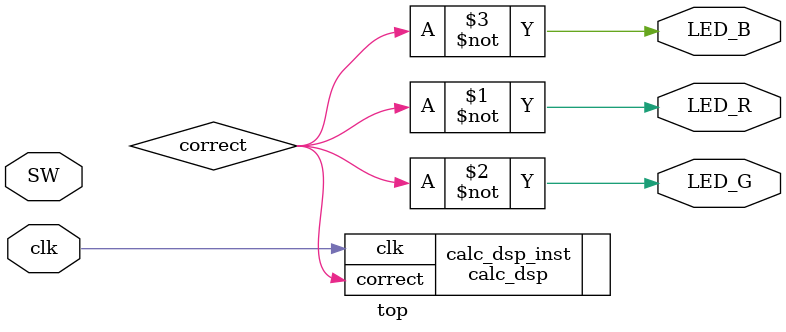
<source format=v>

`include "calc.v"
`include "calc_dsp.v"

module top(input [3:0] SW, input clk, output LED_R, output LED_G, output LED_B);

   wire correct;

   //implementation without DSP
   // calc calc_inst(
   //    .clk(clk), .correct(correct)
   // );

   //implementation with DSP
   calc_dsp calc_dsp_inst(
      .clk(clk), .correct(correct)
   );

  //leds are active low
  assign LED_R = ~correct;
  assign LED_G = ~correct;
  assign LED_B = ~correct;

  initial begin
  end

  always @(posedge clk)
  begin
  end

endmodule

</source>
